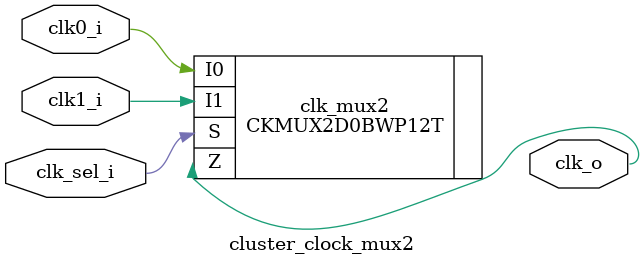
<source format=sv>

module cluster_clock_mux2
(
    input  logic clk0_i,
    input  logic clk1_i,
    input  logic clk_sel_i,
    output logic clk_o
  );

//  always_comb
//  begin
//    if (clk_sel_i == 1'b0)
//      clk_o = clk0_i;
//    else
//      clk_o = clk1_i;
//  end
   CKMUX2D0BWP12T clk_mux2 (
    .S(clk_sel_i),
    .I0(clk0_i),
    .I1(clk1_i),
    .Z(clk_o)
   );

endmodule

</source>
